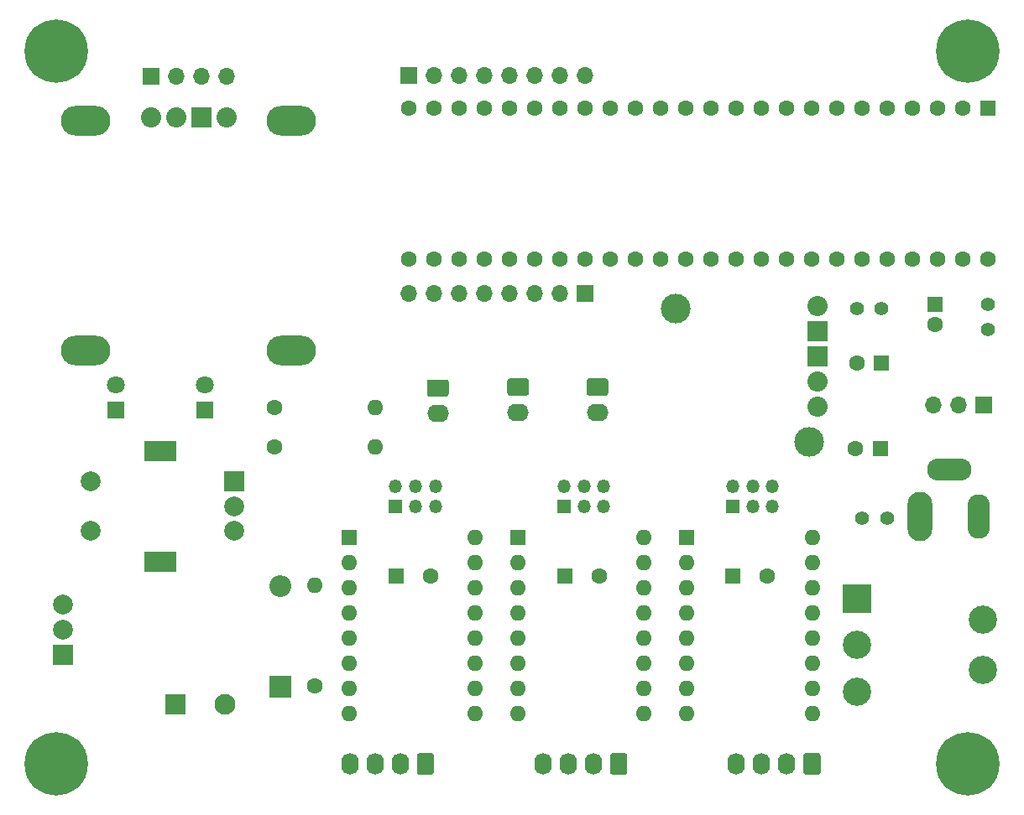
<source format=gbr>
%TF.GenerationSoftware,KiCad,Pcbnew,(5.1.6)-1*%
%TF.CreationDate,2020-11-25T15:39:46-05:00*%
%TF.ProjectId,CNC_Board,434e435f-426f-4617-9264-2e6b69636164,rev?*%
%TF.SameCoordinates,Original*%
%TF.FileFunction,Soldermask,Bot*%
%TF.FilePolarity,Negative*%
%FSLAX46Y46*%
G04 Gerber Fmt 4.6, Leading zero omitted, Abs format (unit mm)*
G04 Created by KiCad (PCBNEW (5.1.6)-1) date 2020-11-25 15:39:46*
%MOMM*%
%LPD*%
G01*
G04 APERTURE LIST*
%ADD10O,5.000000X3.000000*%
%ADD11C,2.040000*%
%ADD12R,2.040000X2.040000*%
%ADD13C,1.600000*%
%ADD14R,1.600000X1.600000*%
%ADD15C,3.000000*%
%ADD16C,6.400000*%
%ADD17R,2.000000X2.000000*%
%ADD18C,2.000000*%
%ADD19R,3.200000X2.000000*%
%ADD20C,2.850000*%
%ADD21R,2.850000X2.850000*%
%ADD22O,1.600000X1.600000*%
%ADD23O,1.700000X1.700000*%
%ADD24R,1.700000X1.700000*%
%ADD25O,1.740000X2.190000*%
%ADD26C,2.100000*%
%ADD27R,2.100000X2.100000*%
%ADD28O,1.350000X1.350000*%
%ADD29R,1.350000X1.350000*%
%ADD30O,4.500000X2.250000*%
%ADD31O,2.250000X4.500000*%
%ADD32O,2.500000X5.000000*%
%ADD33O,2.190000X1.740000*%
%ADD34O,2.200000X2.200000*%
%ADD35R,2.200000X2.200000*%
%ADD36C,1.800000*%
%ADD37R,1.800000X1.800000*%
%ADD38C,1.400000*%
G04 APERTURE END LIST*
D10*
%TO.C,U3*%
X98000000Y-108250000D03*
X118700000Y-108250000D03*
X98000000Y-85050000D03*
X118700000Y-85050000D03*
D11*
X104580000Y-84700000D03*
X107120000Y-84700000D03*
D12*
X109660000Y-84700000D03*
D11*
X112200000Y-84700000D03*
%TD*%
D13*
%TO.C,U1*%
X148360000Y-83780000D03*
X145820000Y-83780000D03*
X143280000Y-83780000D03*
X140740000Y-83780000D03*
X150900000Y-83780000D03*
X153440000Y-83780000D03*
X155980000Y-83780000D03*
X138200000Y-83780000D03*
X135660000Y-83780000D03*
X133120000Y-83780000D03*
X130580000Y-83780000D03*
X130580000Y-99020000D03*
X133120000Y-99020000D03*
X135660000Y-99020000D03*
X138200000Y-99020000D03*
X140740000Y-99020000D03*
X143280000Y-99020000D03*
X145820000Y-99020000D03*
X148360000Y-99020000D03*
X158520000Y-83780000D03*
X161060000Y-83780000D03*
X163600000Y-83780000D03*
X166140000Y-83780000D03*
X168680000Y-83780000D03*
X171220000Y-83780000D03*
X173760000Y-83780000D03*
X176300000Y-83780000D03*
X178840000Y-83780000D03*
X181380000Y-83780000D03*
X183920000Y-83780000D03*
X186460000Y-83780000D03*
D14*
X189000000Y-83780000D03*
D13*
X150900000Y-99020000D03*
X153440000Y-99020000D03*
X155980000Y-99020000D03*
X158520000Y-99020000D03*
X161060000Y-99020000D03*
X163600000Y-99020000D03*
X166140000Y-99020000D03*
X168680000Y-99020000D03*
X171220000Y-99020000D03*
X173760000Y-99020000D03*
X176300000Y-99020000D03*
X178840000Y-99020000D03*
X181380000Y-99020000D03*
X183920000Y-99020000D03*
X186460000Y-99020000D03*
X189000000Y-99020000D03*
%TD*%
D15*
%TO.C,5V Reg*%
X171000000Y-117500000D03*
X157500000Y-104000000D03*
D11*
X171830000Y-103810000D03*
D12*
X171830000Y-106350000D03*
X171830000Y-108890000D03*
D11*
X171830000Y-111430000D03*
X171830000Y-113970000D03*
%TD*%
D16*
%TO.C,REF\u002A\u002A*%
X95000000Y-78000000D03*
%TD*%
%TO.C,REF\u002A\u002A*%
X95000000Y-150000000D03*
%TD*%
%TO.C,REF\u002A\u002A*%
X187000000Y-78000000D03*
%TD*%
%TO.C,REF\u002A\u002A*%
X187000000Y-150000000D03*
%TD*%
D13*
%TO.C,C3*%
X132800000Y-131000000D03*
D14*
X129300000Y-131000000D03*
%TD*%
D13*
%TO.C,C2*%
X149800000Y-131000000D03*
D14*
X146300000Y-131000000D03*
%TD*%
D13*
%TO.C,C1*%
X166750000Y-131000000D03*
D14*
X163250000Y-131000000D03*
%TD*%
D17*
%TO.C,SW1*%
X113000000Y-121500000D03*
D18*
X113000000Y-124000000D03*
X113000000Y-126500000D03*
D19*
X105500000Y-118400000D03*
X105500000Y-129600000D03*
D18*
X98500000Y-121500000D03*
X98500000Y-126500000D03*
%TD*%
D20*
%TO.C,S1*%
X188500000Y-140540000D03*
X188500000Y-135460000D03*
X175800000Y-142700000D03*
X175800000Y-138000000D03*
D21*
X175800000Y-133300000D03*
%TD*%
D22*
%TO.C,R3*%
X121100000Y-131990000D03*
D13*
X121100000Y-142150000D03*
%TD*%
D22*
%TO.C,R2*%
X127160000Y-118000000D03*
D13*
X117000000Y-118000000D03*
%TD*%
D22*
%TO.C,R1*%
X127160000Y-114000000D03*
D13*
X117000000Y-114000000D03*
%TD*%
D18*
%TO.C,Q1*%
X95700000Y-133920000D03*
X95700000Y-136460000D03*
D17*
X95700000Y-139000000D03*
%TD*%
D23*
%TO.C,J14*%
X183500000Y-113750000D03*
X186040000Y-113750000D03*
D24*
X188580000Y-113750000D03*
%TD*%
D25*
%TO.C,J13*%
X124630000Y-150000000D03*
X127170000Y-150000000D03*
X129710000Y-150000000D03*
G36*
G01*
X133120000Y-149154999D02*
X133120000Y-150845001D01*
G75*
G02*
X132870001Y-151095000I-249999J0D01*
G01*
X131629999Y-151095000D01*
G75*
G02*
X131380000Y-150845001I0J249999D01*
G01*
X131380000Y-149154999D01*
G75*
G02*
X131629999Y-148905000I249999J0D01*
G01*
X132870001Y-148905000D01*
G75*
G02*
X133120000Y-149154999I0J-249999D01*
G01*
G37*
%TD*%
D26*
%TO.C,J15*%
X112000000Y-144000000D03*
D27*
X107000000Y-144000000D03*
%TD*%
D28*
%TO.C,J12*%
X133250000Y-122000000D03*
X133250000Y-124000000D03*
X131250000Y-122000000D03*
X131250000Y-124000000D03*
X129250000Y-122000000D03*
D29*
X129250000Y-124000000D03*
%TD*%
D25*
%TO.C,J11*%
X144130000Y-150000000D03*
X146670000Y-150000000D03*
X149210000Y-150000000D03*
G36*
G01*
X152620000Y-149154999D02*
X152620000Y-150845001D01*
G75*
G02*
X152370001Y-151095000I-249999J0D01*
G01*
X151129999Y-151095000D01*
G75*
G02*
X150880000Y-150845001I0J249999D01*
G01*
X150880000Y-149154999D01*
G75*
G02*
X151129999Y-148905000I249999J0D01*
G01*
X152370001Y-148905000D01*
G75*
G02*
X152620000Y-149154999I0J-249999D01*
G01*
G37*
%TD*%
D28*
%TO.C,J10*%
X150250000Y-122000000D03*
X150250000Y-124000000D03*
X148250000Y-122000000D03*
X148250000Y-124000000D03*
X146250000Y-122000000D03*
D29*
X146250000Y-124000000D03*
%TD*%
D25*
%TO.C,J9*%
X163630000Y-150000000D03*
X166170000Y-150000000D03*
X168710000Y-150000000D03*
G36*
G01*
X172120000Y-149154999D02*
X172120000Y-150845001D01*
G75*
G02*
X171870001Y-151095000I-249999J0D01*
G01*
X170629999Y-151095000D01*
G75*
G02*
X170380000Y-150845001I0J249999D01*
G01*
X170380000Y-149154999D01*
G75*
G02*
X170629999Y-148905000I249999J0D01*
G01*
X171870001Y-148905000D01*
G75*
G02*
X172120000Y-149154999I0J-249999D01*
G01*
G37*
%TD*%
D28*
%TO.C,J8*%
X167250000Y-122000000D03*
X167250000Y-124000000D03*
X165250000Y-122000000D03*
X165250000Y-124000000D03*
X163250000Y-122000000D03*
D29*
X163250000Y-124000000D03*
%TD*%
D30*
%TO.C,J7*%
X185100000Y-120300000D03*
D31*
X188100000Y-125000000D03*
D32*
X182100000Y-125000000D03*
%TD*%
D33*
%TO.C,J6*%
X149600000Y-114490000D03*
G36*
G01*
X148754999Y-111080000D02*
X150445001Y-111080000D01*
G75*
G02*
X150695000Y-111329999I0J-249999D01*
G01*
X150695000Y-112570001D01*
G75*
G02*
X150445001Y-112820000I-249999J0D01*
G01*
X148754999Y-112820000D01*
G75*
G02*
X148505000Y-112570001I0J249999D01*
G01*
X148505000Y-111329999D01*
G75*
G02*
X148754999Y-111080000I249999J0D01*
G01*
G37*
%TD*%
%TO.C,J5*%
X141600000Y-114490000D03*
G36*
G01*
X140754999Y-111080000D02*
X142445001Y-111080000D01*
G75*
G02*
X142695000Y-111329999I0J-249999D01*
G01*
X142695000Y-112570001D01*
G75*
G02*
X142445001Y-112820000I-249999J0D01*
G01*
X140754999Y-112820000D01*
G75*
G02*
X140505000Y-112570001I0J249999D01*
G01*
X140505000Y-111329999D01*
G75*
G02*
X140754999Y-111080000I249999J0D01*
G01*
G37*
%TD*%
%TO.C,J4*%
X133500000Y-114590000D03*
G36*
G01*
X132654999Y-111180000D02*
X134345001Y-111180000D01*
G75*
G02*
X134595000Y-111429999I0J-249999D01*
G01*
X134595000Y-112670001D01*
G75*
G02*
X134345001Y-112920000I-249999J0D01*
G01*
X132654999Y-112920000D01*
G75*
G02*
X132405000Y-112670001I0J249999D01*
G01*
X132405000Y-111429999D01*
G75*
G02*
X132654999Y-111180000I249999J0D01*
G01*
G37*
%TD*%
D23*
%TO.C,J3*%
X112220000Y-80550000D03*
X109680000Y-80550000D03*
X107140000Y-80550000D03*
D24*
X104600000Y-80550000D03*
%TD*%
D23*
%TO.C,J2*%
X148340000Y-80500000D03*
X145800000Y-80500000D03*
X143260000Y-80500000D03*
X140720000Y-80500000D03*
X138180000Y-80500000D03*
X135640000Y-80500000D03*
X133100000Y-80500000D03*
D24*
X130560000Y-80500000D03*
%TD*%
D23*
%TO.C,J1*%
X130540000Y-102500000D03*
X133080000Y-102500000D03*
X135620000Y-102500000D03*
X138160000Y-102500000D03*
X140700000Y-102500000D03*
X143240000Y-102500000D03*
X145780000Y-102500000D03*
D24*
X148320000Y-102500000D03*
%TD*%
D34*
%TO.C,D3*%
X117600000Y-132040000D03*
D35*
X117600000Y-142200000D03*
%TD*%
D36*
%TO.C,D2*%
X101000000Y-111760000D03*
D37*
X101000000Y-114300000D03*
%TD*%
D36*
%TO.C,D1*%
X110000000Y-111760000D03*
D37*
X110000000Y-114300000D03*
%TD*%
D38*
%TO.C,C9*%
X175750000Y-104000000D03*
X178250000Y-104000000D03*
%TD*%
D13*
%TO.C,C8*%
X175750000Y-109500000D03*
D14*
X178250000Y-109500000D03*
%TD*%
D38*
%TO.C,C7*%
X176300000Y-125200000D03*
X178800000Y-125200000D03*
%TD*%
D13*
%TO.C,C6*%
X183650000Y-105600000D03*
D14*
X183650000Y-103600000D03*
%TD*%
D13*
%TO.C,C5*%
X175650000Y-118200000D03*
D14*
X178150000Y-118200000D03*
%TD*%
D38*
%TO.C,C4*%
X188950000Y-106100000D03*
X188950000Y-103600000D03*
%TD*%
D22*
%TO.C,A3*%
X137300000Y-127150000D03*
X124600000Y-144930000D03*
X137300000Y-129690000D03*
X124600000Y-142390000D03*
X137300000Y-132230000D03*
X124600000Y-139850000D03*
X137300000Y-134770000D03*
X124600000Y-137310000D03*
X137300000Y-137310000D03*
X124600000Y-134770000D03*
X137300000Y-139850000D03*
X124600000Y-132230000D03*
X137300000Y-142390000D03*
X124600000Y-129690000D03*
X137300000Y-144930000D03*
D14*
X124600000Y-127150000D03*
%TD*%
D22*
%TO.C,A2*%
X154300000Y-127150000D03*
X141600000Y-144930000D03*
X154300000Y-129690000D03*
X141600000Y-142390000D03*
X154300000Y-132230000D03*
X141600000Y-139850000D03*
X154300000Y-134770000D03*
X141600000Y-137310000D03*
X154300000Y-137310000D03*
X141600000Y-134770000D03*
X154300000Y-139850000D03*
X141600000Y-132230000D03*
X154300000Y-142390000D03*
X141600000Y-129690000D03*
X154300000Y-144930000D03*
D14*
X141600000Y-127150000D03*
%TD*%
D22*
%TO.C,A1*%
X171300000Y-127150000D03*
X158600000Y-144930000D03*
X171300000Y-129690000D03*
X158600000Y-142390000D03*
X171300000Y-132230000D03*
X158600000Y-139850000D03*
X171300000Y-134770000D03*
X158600000Y-137310000D03*
X171300000Y-137310000D03*
X158600000Y-134770000D03*
X171300000Y-139850000D03*
X158600000Y-132230000D03*
X171300000Y-142390000D03*
X158600000Y-129690000D03*
X171300000Y-144930000D03*
D14*
X158600000Y-127150000D03*
%TD*%
M02*

</source>
